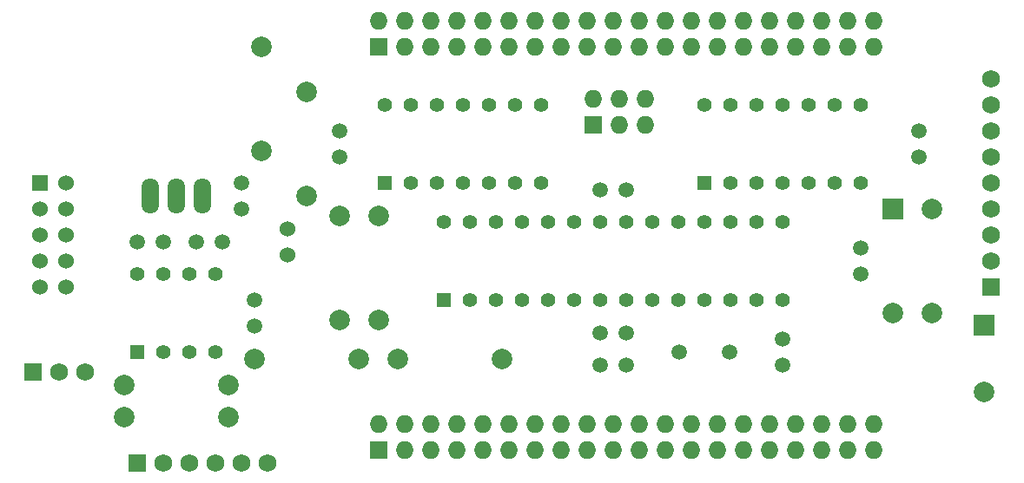
<source format=gbs>
%FSLAX36Y36*%
G04 Gerber Fmt 3.6, Leading zero omitted, Abs format (unit inch)*
G04 Created by KiCad (PCBNEW (2014-jul-16 BZR unknown)-product) date Sat 31 Jan 2015 11:05:03 PM PST*
%MOIN*%
G01*
G04 APERTURE LIST*
%ADD10C,0.003937*%
%ADD11C,0.059100*%
%ADD12C,0.078700*%
%ADD13R,0.078700X0.078700*%
%ADD14R,0.068000X0.068000*%
%ADD15C,0.068000*%
%ADD16R,0.060000X0.060000*%
%ADD17C,0.060000*%
%ADD18O,0.068000X0.068000*%
%ADD19R,0.055000X0.055000*%
%ADD20C,0.055000*%
%ADD21O,0.066900X0.137800*%
G04 APERTURE END LIST*
D10*
D11*
X6350000Y-5425000D03*
X6250000Y-5425000D03*
X4475000Y-4950000D03*
X4575000Y-4950000D03*
X6950000Y-5425000D03*
X6950000Y-5325000D03*
X4875000Y-4825000D03*
X4875000Y-4725000D03*
X4800000Y-4950000D03*
X4700000Y-4950000D03*
X6250000Y-5300000D03*
X6350000Y-5300000D03*
X6350000Y-4750000D03*
X6250000Y-4750000D03*
X4925000Y-5175000D03*
X4925000Y-5275000D03*
X5250000Y-4625000D03*
X5250000Y-4525000D03*
X7250000Y-4975000D03*
X7250000Y-5075000D03*
X7475000Y-4525000D03*
X7475000Y-4625000D03*
D12*
X7375000Y-5225000D03*
D13*
X7375000Y-4825000D03*
D14*
X4075000Y-5450000D03*
D15*
X4175000Y-5450000D03*
X4275000Y-5450000D03*
D16*
X4100000Y-4725000D03*
D17*
X4200000Y-4725000D03*
X4100000Y-4825000D03*
X4200000Y-4825000D03*
X4100000Y-4925000D03*
X4200000Y-4925000D03*
X4100000Y-5025000D03*
X4200000Y-5025000D03*
X4100000Y-5125000D03*
X4200000Y-5125000D03*
D14*
X4475000Y-5800000D03*
D15*
X4575000Y-5800000D03*
X4675000Y-5800000D03*
X4775000Y-5800000D03*
X4875000Y-5800000D03*
X4975000Y-5800000D03*
D14*
X5400000Y-4200000D03*
D18*
X5400000Y-4100000D03*
X5500000Y-4200000D03*
X5500000Y-4100000D03*
X5600000Y-4200000D03*
X5600000Y-4100000D03*
X5700000Y-4200000D03*
X5700000Y-4100000D03*
X5800000Y-4200000D03*
X5800000Y-4100000D03*
X5900000Y-4200000D03*
X5900000Y-4100000D03*
X6000000Y-4200000D03*
X6000000Y-4100000D03*
X6100000Y-4200000D03*
X6100000Y-4100000D03*
X6200000Y-4200000D03*
X6200000Y-4100000D03*
X6300000Y-4200000D03*
X6300000Y-4100000D03*
X6400000Y-4200000D03*
X6400000Y-4100000D03*
X6500000Y-4200000D03*
X6500000Y-4100000D03*
X6600000Y-4200000D03*
X6600000Y-4100000D03*
X6700000Y-4200000D03*
X6700000Y-4100000D03*
X6800000Y-4200000D03*
X6800000Y-4100000D03*
X6900000Y-4200000D03*
X6900000Y-4100000D03*
X7000000Y-4200000D03*
X7000000Y-4100000D03*
X7100000Y-4200000D03*
X7100000Y-4100000D03*
X7200000Y-4200000D03*
X7200000Y-4100000D03*
X7300000Y-4200000D03*
X7300000Y-4100000D03*
D14*
X5400000Y-5750000D03*
D18*
X5400000Y-5650000D03*
X5500000Y-5750000D03*
X5500000Y-5650000D03*
X5600000Y-5750000D03*
X5600000Y-5650000D03*
X5700000Y-5750000D03*
X5700000Y-5650000D03*
X5800000Y-5750000D03*
X5800000Y-5650000D03*
X5900000Y-5750000D03*
X5900000Y-5650000D03*
X6000000Y-5750000D03*
X6000000Y-5650000D03*
X6100000Y-5750000D03*
X6100000Y-5650000D03*
X6200000Y-5750000D03*
X6200000Y-5650000D03*
X6300000Y-5750000D03*
X6300000Y-5650000D03*
X6400000Y-5750000D03*
X6400000Y-5650000D03*
X6500000Y-5750000D03*
X6500000Y-5650000D03*
X6600000Y-5750000D03*
X6600000Y-5650000D03*
X6700000Y-5750000D03*
X6700000Y-5650000D03*
X6800000Y-5750000D03*
X6800000Y-5650000D03*
X6900000Y-5750000D03*
X6900000Y-5650000D03*
X7000000Y-5750000D03*
X7000000Y-5650000D03*
X7100000Y-5750000D03*
X7100000Y-5650000D03*
X7200000Y-5750000D03*
X7200000Y-5650000D03*
X7300000Y-5750000D03*
X7300000Y-5650000D03*
D12*
X4950000Y-4200000D03*
X4950000Y-4600000D03*
X5475000Y-5400000D03*
X5875000Y-5400000D03*
X4925000Y-5400000D03*
X5325000Y-5400000D03*
X5250000Y-4850000D03*
X5250000Y-5250000D03*
X5400000Y-4850000D03*
X5400000Y-5250000D03*
X4825000Y-5500000D03*
X4425000Y-5500000D03*
X7525000Y-5225000D03*
X7525000Y-4825000D03*
D13*
X7725000Y-5272000D03*
D12*
X7725000Y-5528000D03*
D19*
X5425000Y-4725000D03*
D20*
X5525000Y-4725000D03*
X5625000Y-4725000D03*
X5725000Y-4725000D03*
X5825000Y-4725000D03*
X5925000Y-4725000D03*
X6025000Y-4725000D03*
X6025000Y-4425000D03*
X5925000Y-4425000D03*
X5825000Y-4425000D03*
X5725000Y-4425000D03*
X5625000Y-4425000D03*
X5525000Y-4425000D03*
X5425000Y-4425000D03*
D21*
X4625000Y-4775000D03*
X4525000Y-4775000D03*
X4725000Y-4775000D03*
D19*
X4475000Y-5375000D03*
D20*
X4575000Y-5375000D03*
X4675000Y-5375000D03*
X4775000Y-5375000D03*
X4775000Y-5075000D03*
X4675000Y-5075000D03*
X4575000Y-5075000D03*
X4475000Y-5075000D03*
X5750000Y-5175000D03*
X5850000Y-5175000D03*
X5950000Y-5175000D03*
X6050000Y-5175000D03*
X6150000Y-5175000D03*
X6250000Y-5175000D03*
X6350000Y-5175000D03*
X6450000Y-5175000D03*
X6550000Y-5175000D03*
X6650000Y-5175000D03*
X6750000Y-5175000D03*
X6850000Y-5175000D03*
X6950000Y-5175000D03*
D19*
X5650000Y-5175000D03*
D20*
X6950000Y-4875000D03*
X6850000Y-4875000D03*
X6750000Y-4875000D03*
X6650000Y-4875000D03*
X6550000Y-4875000D03*
X6450000Y-4875000D03*
X6350000Y-4875000D03*
X6250000Y-4875000D03*
X6150000Y-4875000D03*
X6050000Y-4875000D03*
X5950000Y-4875000D03*
X5850000Y-4875000D03*
X5750000Y-4875000D03*
X5650000Y-4875000D03*
D19*
X6650000Y-4725000D03*
D20*
X6750000Y-4725000D03*
X6850000Y-4725000D03*
X6950000Y-4725000D03*
X7050000Y-4725000D03*
X7150000Y-4725000D03*
X7250000Y-4725000D03*
X7250000Y-4425000D03*
X7150000Y-4425000D03*
X7050000Y-4425000D03*
X6950000Y-4425000D03*
X6850000Y-4425000D03*
X6750000Y-4425000D03*
X6650000Y-4425000D03*
D11*
X6553900Y-5375000D03*
X6746100Y-5375000D03*
D12*
X4825000Y-5625000D03*
X4425000Y-5625000D03*
X5125000Y-4375000D03*
X5125000Y-4775000D03*
D17*
X5050000Y-4900000D03*
X5050000Y-5000000D03*
D14*
X7750000Y-5125000D03*
D15*
X7750000Y-5025000D03*
X7750000Y-4925000D03*
X7750000Y-4825000D03*
X7750000Y-4725000D03*
X7750000Y-4625000D03*
X7750000Y-4525000D03*
X7750000Y-4425000D03*
X7750000Y-4325000D03*
D14*
X6225000Y-4500000D03*
D18*
X6225000Y-4400000D03*
X6325000Y-4500000D03*
X6325000Y-4400000D03*
X6425000Y-4500000D03*
X6425000Y-4400000D03*
M02*

</source>
